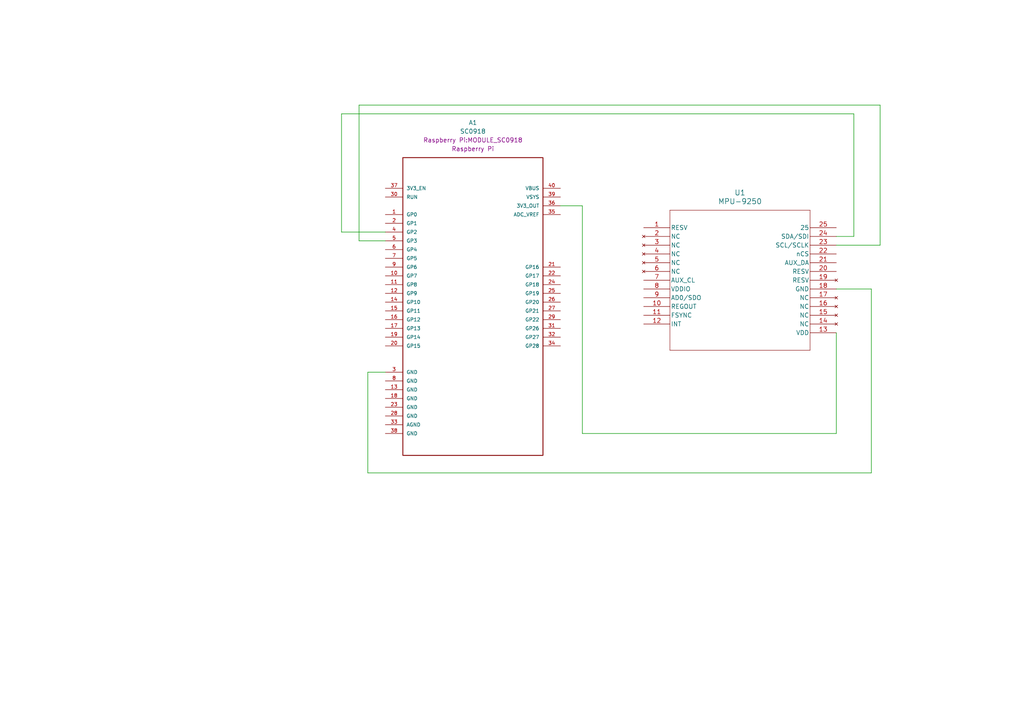
<source format=kicad_sch>
(kicad_sch
	(version 20231120)
	(generator "eeschema")
	(generator_version "8.0")
	(uuid "4c39bbbf-208a-442e-9f3d-6ca92824e940")
	(paper "A4")
	(lib_symbols
		(symbol "MPU_9250_bis:MPU-9250"
			(pin_names
				(offset 0.254)
			)
			(exclude_from_sim no)
			(in_bom yes)
			(on_board yes)
			(property "Reference" "U"
				(at 27.94 10.16 0)
				(effects
					(font
						(size 1.524 1.524)
					)
				)
			)
			(property "Value" "MPU-9250"
				(at 27.94 7.62 0)
				(effects
					(font
						(size 1.524 1.524)
					)
				)
			)
			(property "Footprint" "QFN24_3X3X1_IVS"
				(at 0 0 0)
				(effects
					(font
						(size 1.27 1.27)
						(italic yes)
					)
					(hide yes)
				)
			)
			(property "Datasheet" "MPU-9250"
				(at 0 0 0)
				(effects
					(font
						(size 1.27 1.27)
						(italic yes)
					)
					(hide yes)
				)
			)
			(property "Description" ""
				(at 0 0 0)
				(effects
					(font
						(size 1.27 1.27)
					)
					(hide yes)
				)
			)
			(property "ki_locked" ""
				(at 0 0 0)
				(effects
					(font
						(size 1.27 1.27)
					)
				)
			)
			(property "ki_keywords" "MPU-9250"
				(at 0 0 0)
				(effects
					(font
						(size 1.27 1.27)
					)
					(hide yes)
				)
			)
			(property "ki_fp_filters" "QFN24_3X3X1_IVS QFN24_3X3X1_IVS-M QFN24_3X3X1_IVS-L"
				(at 0 0 0)
				(effects
					(font
						(size 1.27 1.27)
					)
					(hide yes)
				)
			)
			(symbol "MPU-9250_0_1"
				(polyline
					(pts
						(xy 7.62 -35.56) (xy 48.26 -35.56)
					)
					(stroke
						(width 0.127)
						(type default)
					)
					(fill
						(type none)
					)
				)
				(polyline
					(pts
						(xy 7.62 5.08) (xy 7.62 -35.56)
					)
					(stroke
						(width 0.127)
						(type default)
					)
					(fill
						(type none)
					)
				)
				(polyline
					(pts
						(xy 48.26 -35.56) (xy 48.26 5.08)
					)
					(stroke
						(width 0.127)
						(type default)
					)
					(fill
						(type none)
					)
				)
				(polyline
					(pts
						(xy 48.26 5.08) (xy 7.62 5.08)
					)
					(stroke
						(width 0.127)
						(type default)
					)
					(fill
						(type none)
					)
				)
				(pin power_in line
					(at 0 0 0)
					(length 7.62)
					(name "RESV"
						(effects
							(font
								(size 1.27 1.27)
							)
						)
					)
					(number "1"
						(effects
							(font
								(size 1.27 1.27)
							)
						)
					)
				)
				(pin unspecified line
					(at 0 -22.86 0)
					(length 7.62)
					(name "REGOUT"
						(effects
							(font
								(size 1.27 1.27)
							)
						)
					)
					(number "10"
						(effects
							(font
								(size 1.27 1.27)
							)
						)
					)
				)
				(pin input line
					(at 0 -25.4 0)
					(length 7.62)
					(name "FSYNC"
						(effects
							(font
								(size 1.27 1.27)
							)
						)
					)
					(number "11"
						(effects
							(font
								(size 1.27 1.27)
							)
						)
					)
				)
				(pin output line
					(at 0 -27.94 0)
					(length 7.62)
					(name "INT"
						(effects
							(font
								(size 1.27 1.27)
							)
						)
					)
					(number "12"
						(effects
							(font
								(size 1.27 1.27)
							)
						)
					)
				)
				(pin power_in line
					(at 55.88 -30.48 180)
					(length 7.62)
					(name "VDD"
						(effects
							(font
								(size 1.27 1.27)
							)
						)
					)
					(number "13"
						(effects
							(font
								(size 1.27 1.27)
							)
						)
					)
				)
				(pin no_connect line
					(at 55.88 -27.94 180)
					(length 7.62)
					(name "NC"
						(effects
							(font
								(size 1.27 1.27)
							)
						)
					)
					(number "14"
						(effects
							(font
								(size 1.27 1.27)
							)
						)
					)
				)
				(pin no_connect line
					(at 55.88 -25.4 180)
					(length 7.62)
					(name "NC"
						(effects
							(font
								(size 1.27 1.27)
							)
						)
					)
					(number "15"
						(effects
							(font
								(size 1.27 1.27)
							)
						)
					)
				)
				(pin no_connect line
					(at 55.88 -22.86 180)
					(length 7.62)
					(name "NC"
						(effects
							(font
								(size 1.27 1.27)
							)
						)
					)
					(number "16"
						(effects
							(font
								(size 1.27 1.27)
							)
						)
					)
				)
				(pin no_connect line
					(at 55.88 -20.32 180)
					(length 7.62)
					(name "NC"
						(effects
							(font
								(size 1.27 1.27)
							)
						)
					)
					(number "17"
						(effects
							(font
								(size 1.27 1.27)
							)
						)
					)
				)
				(pin power_out line
					(at 55.88 -17.78 180)
					(length 7.62)
					(name "GND"
						(effects
							(font
								(size 1.27 1.27)
							)
						)
					)
					(number "18"
						(effects
							(font
								(size 1.27 1.27)
							)
						)
					)
				)
				(pin no_connect line
					(at 55.88 -15.24 180)
					(length 7.62)
					(name "RESV"
						(effects
							(font
								(size 1.27 1.27)
							)
						)
					)
					(number "19"
						(effects
							(font
								(size 1.27 1.27)
							)
						)
					)
				)
				(pin no_connect line
					(at 0 -2.54 0)
					(length 7.62)
					(name "NC"
						(effects
							(font
								(size 1.27 1.27)
							)
						)
					)
					(number "2"
						(effects
							(font
								(size 1.27 1.27)
							)
						)
					)
				)
				(pin power_out line
					(at 55.88 -12.7 180)
					(length 7.62)
					(name "RESV"
						(effects
							(font
								(size 1.27 1.27)
							)
						)
					)
					(number "20"
						(effects
							(font
								(size 1.27 1.27)
							)
						)
					)
				)
				(pin unspecified line
					(at 55.88 -10.16 180)
					(length 7.62)
					(name "AUX_DA"
						(effects
							(font
								(size 1.27 1.27)
							)
						)
					)
					(number "21"
						(effects
							(font
								(size 1.27 1.27)
							)
						)
					)
				)
				(pin unspecified line
					(at 55.88 -7.62 180)
					(length 7.62)
					(name "nCS"
						(effects
							(font
								(size 1.27 1.27)
							)
						)
					)
					(number "22"
						(effects
							(font
								(size 1.27 1.27)
							)
						)
					)
				)
				(pin unspecified line
					(at 55.88 -5.08 180)
					(length 7.62)
					(name "SCL/SCLK"
						(effects
							(font
								(size 1.27 1.27)
							)
						)
					)
					(number "23"
						(effects
							(font
								(size 1.27 1.27)
							)
						)
					)
				)
				(pin unspecified line
					(at 55.88 -2.54 180)
					(length 7.62)
					(name "SDA/SDI"
						(effects
							(font
								(size 1.27 1.27)
							)
						)
					)
					(number "24"
						(effects
							(font
								(size 1.27 1.27)
							)
						)
					)
				)
				(pin unspecified line
					(at 55.88 0 180)
					(length 7.62)
					(name "25"
						(effects
							(font
								(size 1.27 1.27)
							)
						)
					)
					(number "25"
						(effects
							(font
								(size 1.27 1.27)
							)
						)
					)
				)
				(pin no_connect line
					(at 0 -5.08 0)
					(length 7.62)
					(name "NC"
						(effects
							(font
								(size 1.27 1.27)
							)
						)
					)
					(number "3"
						(effects
							(font
								(size 1.27 1.27)
							)
						)
					)
				)
				(pin no_connect line
					(at 0 -7.62 0)
					(length 7.62)
					(name "NC"
						(effects
							(font
								(size 1.27 1.27)
							)
						)
					)
					(number "4"
						(effects
							(font
								(size 1.27 1.27)
							)
						)
					)
				)
				(pin no_connect line
					(at 0 -10.16 0)
					(length 7.62)
					(name "NC"
						(effects
							(font
								(size 1.27 1.27)
							)
						)
					)
					(number "5"
						(effects
							(font
								(size 1.27 1.27)
							)
						)
					)
				)
				(pin no_connect line
					(at 0 -12.7 0)
					(length 7.62)
					(name "NC"
						(effects
							(font
								(size 1.27 1.27)
							)
						)
					)
					(number "6"
						(effects
							(font
								(size 1.27 1.27)
							)
						)
					)
				)
				(pin unspecified line
					(at 0 -15.24 0)
					(length 7.62)
					(name "AUX_CL"
						(effects
							(font
								(size 1.27 1.27)
							)
						)
					)
					(number "7"
						(effects
							(font
								(size 1.27 1.27)
							)
						)
					)
				)
				(pin power_in line
					(at 0 -17.78 0)
					(length 7.62)
					(name "VDDIO"
						(effects
							(font
								(size 1.27 1.27)
							)
						)
					)
					(number "8"
						(effects
							(font
								(size 1.27 1.27)
							)
						)
					)
				)
				(pin bidirectional line
					(at 0 -20.32 0)
					(length 7.62)
					(name "AD0/SDO"
						(effects
							(font
								(size 1.27 1.27)
							)
						)
					)
					(number "9"
						(effects
							(font
								(size 1.27 1.27)
							)
						)
					)
				)
			)
		)
		(symbol "Pico_W:SC0918"
			(pin_names
				(offset 1.016)
			)
			(exclude_from_sim no)
			(in_bom yes)
			(on_board yes)
			(property "Reference" "A1"
				(at 0 58.42 0)
				(effects
					(font
						(size 1.27 1.27)
					)
				)
			)
			(property "Value" "SC0918"
				(at 0 55.88 0)
				(effects
					(font
						(size 1.27 1.27)
					)
				)
			)
			(property "Footprint" "Raspberry Pi:MODULE_SC0918"
				(at -12.7 -46.99 0)
				(effects
					(font
						(size 1.27 1.27)
					)
					(justify bottom)
				)
			)
			(property "Datasheet" "https://datasheets.raspberrypi.com/picow/pico-w-datasheet.pdf"
				(at -26.67 -49.53 0)
				(effects
					(font
						(size 1.27 1.27)
					)
					(justify left bottom)
					(hide yes)
				)
			)
			(property "Description" ""
				(at 0 0 0)
				(effects
					(font
						(size 1.27 1.27)
					)
					(hide yes)
				)
			)
			(property "manufacturer" "Raspberry Pi"
				(at 0 53.34 0)
				(effects
					(font
						(size 1.27 1.27)
					)
				)
			)
			(property "P/N" "SC0918"
				(at 0 50.8 0)
				(effects
					(font
						(size 1.27 1.27)
					)
					(hide yes)
				)
			)
			(property "PARTREV" "1.6"
				(at 0 48.26 0)
				(effects
					(font
						(size 1.27 1.27)
					)
					(hide yes)
				)
			)
			(property "MAXIMUM_PACKAGE_HEIGHT" "3.73mm"
				(at 0 45.72 0)
				(effects
					(font
						(size 1.27 1.27)
					)
					(hide yes)
				)
			)
			(symbol "SC0918_0_0"
				(rectangle
					(start -20.32 -43.18)
					(end 20.32 43.18)
					(stroke
						(width 0.254)
						(type default)
					)
					(fill
						(type none)
					)
				)
				(pin bidirectional line
					(at -25.4 26.67 0)
					(length 5.08)
					(name "GP0"
						(effects
							(font
								(size 1.016 1.016)
							)
						)
					)
					(number "1"
						(effects
							(font
								(size 1.016 1.016)
							)
						)
					)
				)
				(pin bidirectional line
					(at -25.4 8.89 0)
					(length 5.08)
					(name "GP7"
						(effects
							(font
								(size 1.016 1.016)
							)
						)
					)
					(number "10"
						(effects
							(font
								(size 1.016 1.016)
							)
						)
					)
				)
				(pin bidirectional line
					(at -25.4 6.35 0)
					(length 5.08)
					(name "GP8"
						(effects
							(font
								(size 1.016 1.016)
							)
						)
					)
					(number "11"
						(effects
							(font
								(size 1.016 1.016)
							)
						)
					)
				)
				(pin bidirectional line
					(at -25.4 3.81 0)
					(length 5.08)
					(name "GP9"
						(effects
							(font
								(size 1.016 1.016)
							)
						)
					)
					(number "12"
						(effects
							(font
								(size 1.016 1.016)
							)
						)
					)
				)
				(pin power_in line
					(at -25.4 -24.13 0)
					(length 5.08)
					(name "GND"
						(effects
							(font
								(size 1.016 1.016)
							)
						)
					)
					(number "13"
						(effects
							(font
								(size 1.016 1.016)
							)
						)
					)
				)
				(pin bidirectional line
					(at -25.4 1.27 0)
					(length 5.08)
					(name "GP10"
						(effects
							(font
								(size 1.016 1.016)
							)
						)
					)
					(number "14"
						(effects
							(font
								(size 1.016 1.016)
							)
						)
					)
				)
				(pin bidirectional line
					(at -25.4 -1.27 0)
					(length 5.08)
					(name "GP11"
						(effects
							(font
								(size 1.016 1.016)
							)
						)
					)
					(number "15"
						(effects
							(font
								(size 1.016 1.016)
							)
						)
					)
				)
				(pin bidirectional line
					(at -25.4 -3.81 0)
					(length 5.08)
					(name "GP12"
						(effects
							(font
								(size 1.016 1.016)
							)
						)
					)
					(number "16"
						(effects
							(font
								(size 1.016 1.016)
							)
						)
					)
				)
				(pin bidirectional line
					(at -25.4 -6.35 0)
					(length 5.08)
					(name "GP13"
						(effects
							(font
								(size 1.016 1.016)
							)
						)
					)
					(number "17"
						(effects
							(font
								(size 1.016 1.016)
							)
						)
					)
				)
				(pin power_in line
					(at -25.4 -26.67 0)
					(length 5.08)
					(name "GND"
						(effects
							(font
								(size 1.016 1.016)
							)
						)
					)
					(number "18"
						(effects
							(font
								(size 1.016 1.016)
							)
						)
					)
				)
				(pin bidirectional line
					(at -25.4 -8.89 0)
					(length 5.08)
					(name "GP14"
						(effects
							(font
								(size 1.016 1.016)
							)
						)
					)
					(number "19"
						(effects
							(font
								(size 1.016 1.016)
							)
						)
					)
				)
				(pin bidirectional line
					(at -25.4 24.13 0)
					(length 5.08)
					(name "GP1"
						(effects
							(font
								(size 1.016 1.016)
							)
						)
					)
					(number "2"
						(effects
							(font
								(size 1.016 1.016)
							)
						)
					)
				)
				(pin bidirectional line
					(at -25.4 -11.43 0)
					(length 5.08)
					(name "GP15"
						(effects
							(font
								(size 1.016 1.016)
							)
						)
					)
					(number "20"
						(effects
							(font
								(size 1.016 1.016)
							)
						)
					)
				)
				(pin bidirectional line
					(at 25.4 11.43 180)
					(length 5.08)
					(name "GP16"
						(effects
							(font
								(size 1.016 1.016)
							)
						)
					)
					(number "21"
						(effects
							(font
								(size 1.016 1.016)
							)
						)
					)
				)
				(pin bidirectional line
					(at 25.4 8.89 180)
					(length 5.08)
					(name "GP17"
						(effects
							(font
								(size 1.016 1.016)
							)
						)
					)
					(number "22"
						(effects
							(font
								(size 1.016 1.016)
							)
						)
					)
				)
				(pin power_in line
					(at -25.4 -29.21 0)
					(length 5.08)
					(name "GND"
						(effects
							(font
								(size 1.016 1.016)
							)
						)
					)
					(number "23"
						(effects
							(font
								(size 1.016 1.016)
							)
						)
					)
				)
				(pin bidirectional line
					(at 25.4 6.35 180)
					(length 5.08)
					(name "GP18"
						(effects
							(font
								(size 1.016 1.016)
							)
						)
					)
					(number "24"
						(effects
							(font
								(size 1.016 1.016)
							)
						)
					)
				)
				(pin bidirectional line
					(at 25.4 3.81 180)
					(length 5.08)
					(name "GP19"
						(effects
							(font
								(size 1.016 1.016)
							)
						)
					)
					(number "25"
						(effects
							(font
								(size 1.016 1.016)
							)
						)
					)
				)
				(pin bidirectional line
					(at 25.4 1.27 180)
					(length 5.08)
					(name "GP20"
						(effects
							(font
								(size 1.016 1.016)
							)
						)
					)
					(number "26"
						(effects
							(font
								(size 1.016 1.016)
							)
						)
					)
				)
				(pin bidirectional line
					(at 25.4 -1.27 180)
					(length 5.08)
					(name "GP21"
						(effects
							(font
								(size 1.016 1.016)
							)
						)
					)
					(number "27"
						(effects
							(font
								(size 1.016 1.016)
							)
						)
					)
				)
				(pin power_in line
					(at -25.4 -31.75 0)
					(length 5.08)
					(name "GND"
						(effects
							(font
								(size 1.016 1.016)
							)
						)
					)
					(number "28"
						(effects
							(font
								(size 1.016 1.016)
							)
						)
					)
				)
				(pin bidirectional line
					(at 25.4 -3.81 180)
					(length 5.08)
					(name "GP22"
						(effects
							(font
								(size 1.016 1.016)
							)
						)
					)
					(number "29"
						(effects
							(font
								(size 1.016 1.016)
							)
						)
					)
				)
				(pin power_in line
					(at -25.4 -19.05 0)
					(length 5.08)
					(name "GND"
						(effects
							(font
								(size 1.016 1.016)
							)
						)
					)
					(number "3"
						(effects
							(font
								(size 1.016 1.016)
							)
						)
					)
				)
				(pin input line
					(at -25.4 31.75 0)
					(length 5.08)
					(name "RUN"
						(effects
							(font
								(size 1.016 1.016)
							)
						)
					)
					(number "30"
						(effects
							(font
								(size 1.016 1.016)
							)
						)
					)
				)
				(pin bidirectional line
					(at 25.4 -6.35 180)
					(length 5.08)
					(name "GP26"
						(effects
							(font
								(size 1.016 1.016)
							)
						)
					)
					(number "31"
						(effects
							(font
								(size 1.016 1.016)
							)
						)
					)
				)
				(pin bidirectional line
					(at 25.4 -8.89 180)
					(length 5.08)
					(name "GP27"
						(effects
							(font
								(size 1.016 1.016)
							)
						)
					)
					(number "32"
						(effects
							(font
								(size 1.016 1.016)
							)
						)
					)
				)
				(pin power_in line
					(at -25.4 -34.29 0)
					(length 5.08)
					(name "AGND"
						(effects
							(font
								(size 1.016 1.016)
							)
						)
					)
					(number "33"
						(effects
							(font
								(size 1.016 1.016)
							)
						)
					)
				)
				(pin bidirectional line
					(at 25.4 -11.43 180)
					(length 5.08)
					(name "GP28"
						(effects
							(font
								(size 1.016 1.016)
							)
						)
					)
					(number "34"
						(effects
							(font
								(size 1.016 1.016)
							)
						)
					)
				)
				(pin power_in line
					(at 25.4 26.67 180)
					(length 5.08)
					(name "ADC_VREF"
						(effects
							(font
								(size 1.016 1.016)
							)
						)
					)
					(number "35"
						(effects
							(font
								(size 1.016 1.016)
							)
						)
					)
				)
				(pin power_in line
					(at 25.4 29.21 180)
					(length 5.08)
					(name "3V3_OUT"
						(effects
							(font
								(size 1.016 1.016)
							)
						)
					)
					(number "36"
						(effects
							(font
								(size 1.016 1.016)
							)
						)
					)
				)
				(pin input line
					(at -25.4 34.29 0)
					(length 5.08)
					(name "3V3_EN"
						(effects
							(font
								(size 1.016 1.016)
							)
						)
					)
					(number "37"
						(effects
							(font
								(size 1.016 1.016)
							)
						)
					)
				)
				(pin power_in line
					(at -25.4 -36.83 0)
					(length 5.08)
					(name "GND"
						(effects
							(font
								(size 1.016 1.016)
							)
						)
					)
					(number "38"
						(effects
							(font
								(size 1.016 1.016)
							)
						)
					)
				)
				(pin free line
					(at 25.4 31.75 180)
					(length 5.08)
					(name "VSYS"
						(effects
							(font
								(size 1.016 1.016)
							)
						)
					)
					(number "39"
						(effects
							(font
								(size 1.016 1.016)
							)
						)
					)
				)
				(pin bidirectional line
					(at -25.4 21.59 0)
					(length 5.08)
					(name "GP2"
						(effects
							(font
								(size 1.016 1.016)
							)
						)
					)
					(number "4"
						(effects
							(font
								(size 1.016 1.016)
							)
						)
					)
				)
				(pin free line
					(at 25.4 34.29 180)
					(length 5.08)
					(name "VBUS"
						(effects
							(font
								(size 1.016 1.016)
							)
						)
					)
					(number "40"
						(effects
							(font
								(size 1.016 1.016)
							)
						)
					)
				)
				(pin bidirectional line
					(at -25.4 19.05 0)
					(length 5.08)
					(name "GP3"
						(effects
							(font
								(size 1.016 1.016)
							)
						)
					)
					(number "5"
						(effects
							(font
								(size 1.016 1.016)
							)
						)
					)
				)
				(pin bidirectional line
					(at -25.4 16.51 0)
					(length 5.08)
					(name "GP4"
						(effects
							(font
								(size 1.016 1.016)
							)
						)
					)
					(number "6"
						(effects
							(font
								(size 1.016 1.016)
							)
						)
					)
				)
				(pin bidirectional line
					(at -25.4 13.97 0)
					(length 5.08)
					(name "GP5"
						(effects
							(font
								(size 1.016 1.016)
							)
						)
					)
					(number "7"
						(effects
							(font
								(size 1.016 1.016)
							)
						)
					)
				)
				(pin power_in line
					(at -25.4 -21.59 0)
					(length 5.08)
					(name "GND"
						(effects
							(font
								(size 1.016 1.016)
							)
						)
					)
					(number "8"
						(effects
							(font
								(size 1.016 1.016)
							)
						)
					)
				)
				(pin bidirectional line
					(at -25.4 11.43 0)
					(length 5.08)
					(name "GP6"
						(effects
							(font
								(size 1.016 1.016)
							)
						)
					)
					(number "9"
						(effects
							(font
								(size 1.016 1.016)
							)
						)
					)
				)
			)
		)
	)
	(wire
		(pts
			(xy 255.27 30.48) (xy 255.27 71.12)
		)
		(stroke
			(width 0)
			(type default)
		)
		(uuid "01f02281-b587-4e37-a76e-3dcab6f1b8d6")
	)
	(wire
		(pts
			(xy 104.14 69.85) (xy 111.76 69.85)
		)
		(stroke
			(width 0)
			(type default)
		)
		(uuid "138b3fc2-c846-4f89-8177-fea904daa6d1")
	)
	(wire
		(pts
			(xy 242.57 71.12) (xy 255.27 71.12)
		)
		(stroke
			(width 0)
			(type default)
		)
		(uuid "178b780a-066c-423e-877a-e25d432392f6")
	)
	(wire
		(pts
			(xy 106.68 107.95) (xy 111.76 107.95)
		)
		(stroke
			(width 0)
			(type default)
		)
		(uuid "364aaba9-1d2c-4124-a4ae-01faccda793e")
	)
	(wire
		(pts
			(xy 106.68 137.16) (xy 106.68 107.95)
		)
		(stroke
			(width 0)
			(type default)
		)
		(uuid "3d3c780a-b1c1-43f3-8456-061adfad468c")
	)
	(wire
		(pts
			(xy 99.06 33.02) (xy 247.65 33.02)
		)
		(stroke
			(width 0)
			(type default)
		)
		(uuid "4aaea5b1-3279-4079-9dab-1f8cffbec364")
	)
	(wire
		(pts
			(xy 99.06 67.31) (xy 99.06 33.02)
		)
		(stroke
			(width 0)
			(type default)
		)
		(uuid "53d279a4-fa02-4477-879b-efb34b49ce47")
	)
	(wire
		(pts
			(xy 242.57 96.52) (xy 242.57 125.73)
		)
		(stroke
			(width 0)
			(type default)
		)
		(uuid "5b6c4b25-bf4a-4733-8c61-66e45ef10911")
	)
	(wire
		(pts
			(xy 242.57 125.73) (xy 168.91 125.73)
		)
		(stroke
			(width 0)
			(type default)
		)
		(uuid "62d111f5-276c-44a2-b8ba-381e9ea999bc")
	)
	(wire
		(pts
			(xy 247.65 33.02) (xy 247.65 68.58)
		)
		(stroke
			(width 0)
			(type default)
		)
		(uuid "6c43508e-376f-4080-a259-cc3986924bf6")
	)
	(wire
		(pts
			(xy 252.73 83.82) (xy 252.73 137.16)
		)
		(stroke
			(width 0)
			(type default)
		)
		(uuid "a5a6cdce-f937-47a6-a509-2decb59349d8")
	)
	(wire
		(pts
			(xy 168.91 59.69) (xy 162.56 59.69)
		)
		(stroke
			(width 0)
			(type default)
		)
		(uuid "a7cc5853-f251-40c2-8ffe-88dc0f64caf4")
	)
	(wire
		(pts
			(xy 104.14 30.48) (xy 255.27 30.48)
		)
		(stroke
			(width 0)
			(type default)
		)
		(uuid "b6414d0b-639d-482c-b9cc-b7b86bee2aeb")
	)
	(wire
		(pts
			(xy 168.91 125.73) (xy 168.91 59.69)
		)
		(stroke
			(width 0)
			(type default)
		)
		(uuid "b796c178-b1db-4ab4-86c5-557c07ba8ac3")
	)
	(wire
		(pts
			(xy 111.76 67.31) (xy 99.06 67.31)
		)
		(stroke
			(width 0)
			(type default)
		)
		(uuid "ed4ad75f-9347-46d5-ae93-78cfaa8f68f9")
	)
	(wire
		(pts
			(xy 242.57 83.82) (xy 252.73 83.82)
		)
		(stroke
			(width 0)
			(type default)
		)
		(uuid "ee673d85-5c2c-4abc-a6b4-b50e41f3f8bb")
	)
	(wire
		(pts
			(xy 252.73 137.16) (xy 106.68 137.16)
		)
		(stroke
			(width 0)
			(type default)
		)
		(uuid "ee7bdaf2-6e85-4a8b-b8a1-f5ea31db58be")
	)
	(wire
		(pts
			(xy 104.14 30.48) (xy 104.14 69.85)
		)
		(stroke
			(width 0)
			(type default)
		)
		(uuid "f1c8ef53-e11c-450d-85b0-47ededce37cb")
	)
	(wire
		(pts
			(xy 242.57 68.58) (xy 247.65 68.58)
		)
		(stroke
			(width 0)
			(type default)
		)
		(uuid "ff6d9a30-b6cb-4d11-9b19-8ea4513cc40d")
	)
	(symbol
		(lib_id "MPU_9250_bis:MPU-9250")
		(at 186.69 66.04 0)
		(unit 1)
		(exclude_from_sim no)
		(in_bom yes)
		(on_board yes)
		(dnp no)
		(fields_autoplaced yes)
		(uuid "2bdaa8e6-d1c2-493f-90b6-0d685b29379c")
		(property "Reference" "U1"
			(at 214.63 55.88 0)
			(effects
				(font
					(size 1.524 1.524)
				)
			)
		)
		(property "Value" "MPU-9250"
			(at 214.63 58.42 0)
			(effects
				(font
					(size 1.524 1.524)
				)
			)
		)
		(property "Footprint" "QFN24_3X3X1_IVS"
			(at 186.69 66.04 0)
			(effects
				(font
					(size 1.27 1.27)
					(italic yes)
				)
				(hide yes)
			)
		)
		(property "Datasheet" "MPU-9250"
			(at 186.69 66.04 0)
			(effects
				(font
					(size 1.27 1.27)
					(italic yes)
				)
				(hide yes)
			)
		)
		(property "Description" ""
			(at 186.69 66.04 0)
			(effects
				(font
					(size 1.27 1.27)
				)
				(hide yes)
			)
		)
		(pin "5"
			(uuid "c5f4c67d-62d7-410b-8990-5ddd79ce3d12")
		)
		(pin "7"
			(uuid "cc1f5ff7-6303-4d23-a06c-3481a9edd8ae")
		)
		(pin "11"
			(uuid "22c66c84-39bf-4f8a-8bb0-589ad917bd4d")
		)
		(pin "9"
			(uuid "ee50c69e-563f-4e86-b064-baad320164b7")
		)
		(pin "15"
			(uuid "589dfc6d-10f4-4ddd-88a4-d66aa02416de")
		)
		(pin "10"
			(uuid "ee28fe39-28b0-4bbd-86e3-6132f714580f")
		)
		(pin "13"
			(uuid "f57d7b14-820f-43a9-9d15-99de06e93f0f")
		)
		(pin "16"
			(uuid "b60b4a98-e89f-43cf-94e2-454a7ff75e4f")
		)
		(pin "17"
			(uuid "26487e83-dd0e-4b53-aaa1-aa6cf0195226")
		)
		(pin "18"
			(uuid "d7b7fcc0-0e30-413e-a0fc-ee288e330cbd")
		)
		(pin "21"
			(uuid "48fa9f15-9921-4477-a60b-1a050175dd61")
		)
		(pin "23"
			(uuid "b011b17f-3e20-4ffe-9225-fd856a0237c2")
		)
		(pin "25"
			(uuid "e762eb7b-a36f-4037-a5c0-0637713918ff")
		)
		(pin "6"
			(uuid "db06043f-1792-40a8-bbd8-3f38170dcd19")
		)
		(pin "4"
			(uuid "0150b496-dda8-496e-a8e2-16d021e97b49")
		)
		(pin "8"
			(uuid "47e10de6-ca13-4da2-a678-45651817717b")
		)
		(pin "1"
			(uuid "acddfb73-eeda-444a-aba5-5c64dfa7a055")
		)
		(pin "14"
			(uuid "7132a34d-4f77-4388-b4fa-c8b175c3aef1")
		)
		(pin "22"
			(uuid "bdaf7033-d692-43a6-a709-a4bb2f59f5b2")
		)
		(pin "12"
			(uuid "c13a3b4e-f2b5-4fce-aead-aa7502051460")
		)
		(pin "2"
			(uuid "0e55903f-5490-4fef-9d5b-527b84a1ea22")
		)
		(pin "20"
			(uuid "f96aaa63-4922-4e72-a19e-bdfcf8aff7ec")
		)
		(pin "3"
			(uuid "7ed5716d-07fe-41ff-9799-3913895bdc9a")
		)
		(pin "19"
			(uuid "cc2eaeb3-a0b3-4380-a3b4-edce697f58b3")
		)
		(pin "24"
			(uuid "cbb2a0b2-5cc1-4819-a8c7-5d4b45021aff")
		)
		(instances
			(project "project v1"
				(path "/4c39bbbf-208a-442e-9f3d-6ca92824e940"
					(reference "U1")
					(unit 1)
				)
			)
		)
	)
	(symbol
		(lib_id "Pico_W:SC0918")
		(at 137.16 88.9 0)
		(unit 1)
		(exclude_from_sim no)
		(in_bom yes)
		(on_board yes)
		(dnp no)
		(fields_autoplaced yes)
		(uuid "c03f0f80-07c0-4e9b-bd5e-be68b58d8dca")
		(property "Reference" "A1"
			(at 137.16 35.56 0)
			(effects
				(font
					(size 1.27 1.27)
				)
			)
		)
		(property "Value" "SC0918"
			(at 137.16 38.1 0)
			(effects
				(font
					(size 1.27 1.27)
				)
			)
		)
		(property "Footprint" "Raspberry Pi:MODULE_SC0918"
			(at 137.16 40.64 0)
			(effects
				(font
					(size 1.27 1.27)
				)
			)
		)
		(property "Datasheet" "https://datasheets.raspberrypi.com/picow/pico-w-datasheet.pdf"
			(at 110.49 138.43 0)
			(effects
				(font
					(size 1.27 1.27)
				)
				(justify left bottom)
				(hide yes)
			)
		)
		(property "Description" ""
			(at 137.16 88.9 0)
			(effects
				(font
					(size 1.27 1.27)
				)
				(hide yes)
			)
		)
		(property "manufacturer" "Raspberry Pi"
			(at 137.16 43.18 0)
			(effects
				(font
					(size 1.27 1.27)
				)
			)
		)
		(property "P/N" "SC0918"
			(at 137.16 38.1 0)
			(effects
				(font
					(size 1.27 1.27)
				)
				(hide yes)
			)
		)
		(property "PARTREV" "1.6"
			(at 137.16 40.64 0)
			(effects
				(font
					(size 1.27 1.27)
				)
				(hide yes)
			)
		)
		(property "MAXIMUM_PACKAGE_HEIGHT" "3.73mm"
			(at 137.16 43.18 0)
			(effects
				(font
					(size 1.27 1.27)
				)
				(hide yes)
			)
		)
		(pin "40"
			(uuid "190e56a4-1f81-4418-adff-5271ed4ba4ee")
		)
		(pin "33"
			(uuid "bded9420-027a-47b0-bd20-184f1139da33")
		)
		(pin "25"
			(uuid "b2745f49-7e2a-4e47-8d04-1ef4f113af3c")
		)
		(pin "14"
			(uuid "68545e2e-ee65-486a-9a09-26a9eddcd5e6")
		)
		(pin "27"
			(uuid "b576ea4a-9dbf-42fd-bf9a-53f32910e245")
		)
		(pin "28"
			(uuid "0913f8bc-6ac1-4752-bec0-aa389fd1ac0c")
		)
		(pin "29"
			(uuid "342ac866-3915-45bd-8ee4-f247910b32ff")
		)
		(pin "7"
			(uuid "8beb3b06-2833-4ceb-b4ef-ece722c98130")
		)
		(pin "37"
			(uuid "d83c944d-2d00-42ea-a32b-57cbf2b3c427")
		)
		(pin "16"
			(uuid "e87d0d85-f06f-4d82-b689-55b0aaf32bc8")
		)
		(pin "35"
			(uuid "1f3b985f-6121-4d08-a4c6-7f8ca0dee6ce")
		)
		(pin "26"
			(uuid "ca705560-0bae-483e-8742-c650c1fe13ce")
		)
		(pin "24"
			(uuid "1a2cf04d-bf54-447f-a880-fa43db4d857f")
		)
		(pin "19"
			(uuid "75d095e2-7563-47a6-bdaf-c398696c9b06")
		)
		(pin "23"
			(uuid "fb1d165f-2fd7-4fad-aad0-48d98b19c568")
		)
		(pin "10"
			(uuid "f4a847b0-44bf-4675-b143-d48414577f84")
		)
		(pin "38"
			(uuid "85a4d906-6b9b-4453-affe-cc181a66bee5")
		)
		(pin "12"
			(uuid "1abdd363-10ca-4ffa-9c71-591d164d84f2")
		)
		(pin "6"
			(uuid "ef8510d4-337c-472e-a839-44e44841726e")
		)
		(pin "9"
			(uuid "3c51d574-1c8b-4c8b-b2e9-eb6303ec7625")
		)
		(pin "20"
			(uuid "d463fc62-8de4-4e30-9c88-d8f193cf87bd")
		)
		(pin "39"
			(uuid "cc8f1069-9214-4cc1-8225-41104cedf2f1")
		)
		(pin "34"
			(uuid "2220af3a-6aca-4a06-9899-aa6c585d6db0")
		)
		(pin "32"
			(uuid "4ced782a-60f3-4a71-9655-8528f6a7e31c")
		)
		(pin "18"
			(uuid "1d4b029c-b89d-47e2-b359-7c7f9c7a8bd6")
		)
		(pin "21"
			(uuid "b158d174-d4da-4d85-af47-151904bb67ed")
		)
		(pin "2"
			(uuid "9d1f2311-5b1c-4401-a49e-563e68ff5066")
		)
		(pin "8"
			(uuid "c7fe3dde-0f28-4d09-9d2c-3aa115126eea")
		)
		(pin "31"
			(uuid "a84985de-2ce2-48a0-9a18-f8ef3b500b86")
		)
		(pin "13"
			(uuid "8c27fe76-1848-4173-8867-0f5b9deab72f")
		)
		(pin "11"
			(uuid "b7006784-e28d-4cc9-a168-1baf7be461e8")
		)
		(pin "15"
			(uuid "7a4511c6-3cc1-4327-aa70-f46185776831")
		)
		(pin "5"
			(uuid "94ee8ba7-9eae-4f9b-9928-39628100df77")
		)
		(pin "36"
			(uuid "25cef88c-3c50-4e7a-98ba-6078ead23620")
		)
		(pin "4"
			(uuid "4fdecd5c-c023-4002-9e8d-d363ec40df02")
		)
		(pin "17"
			(uuid "3d3f2c97-6a94-4436-99f5-720e9278d9dc")
		)
		(pin "30"
			(uuid "de42f6e9-869e-4a49-984c-6b88fc10575d")
		)
		(pin "3"
			(uuid "f0b3cda9-2fc6-451e-bd9b-929cec02cc9e")
		)
		(pin "1"
			(uuid "1eb8bf16-95b4-47a3-8f48-4f3af86e9a08")
		)
		(pin "22"
			(uuid "3d56ab4f-5290-4a6a-b94a-35fc0212e6c6")
		)
		(instances
			(project "project v1"
				(path "/4c39bbbf-208a-442e-9f3d-6ca92824e940"
					(reference "A1")
					(unit 1)
				)
			)
		)
	)
	(sheet_instances
		(path "/"
			(page "1")
		)
	)
)
</source>
